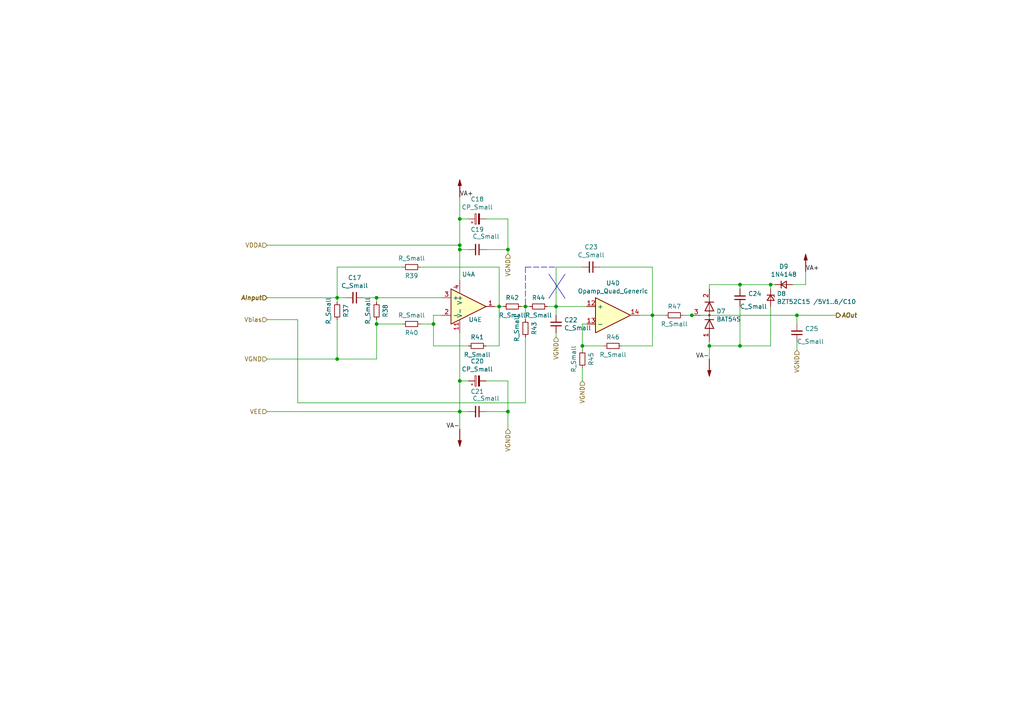
<source format=kicad_sch>
(kicad_sch (version 20230121) (generator eeschema)
  (paper "A4")
  (lib_symbols
    (symbol "Device:C_Small" (pin_numbers hide) (pin_names (offset 0.254) hide)
      (property "Reference" "C" (at 0.254 1.778 0))
      (property "Value" "C_Small" (at 0.254 -2.032 0))
      (symbol "C_Small_0_1"
        (polyline (pts (xy -1.524 -0.508) (xy 1.524 -0.508)) (stroke (width 0.3302)))
        (polyline (pts (xy -1.524 0.508) (xy 1.524 0.508)) (stroke (width 0.3048)))
      )
      (symbol "C_Small_1_1"
        (pin passive line (at 0 2.54 270) (length 2.032) (name "~") (number "1"))
        (pin passive line (at 0 -2.54 90) (length 2.032) (name "~") (number "2"))
      )
    )
    (symbol "Device:D_Small" (pin_numbers hide) (pin_names (offset 0.254) hide)
      (property "Reference" "D" (at -1.27 2.032 0))
      (property "Value" "D_Small" (at -3.81 -2.032 0))
      (symbol "D_Small_0_1"
        (polyline (pts (xy -0.762 -1.016) (xy -0.762 1.016)) (stroke (width 0.254)))
        (polyline (pts (xy -0.762 0) (xy 0.762 0)))
        (polyline (pts (xy 0.762 -1.016) (xy -0.762 0) (xy 0.762 1.016) (xy 0.762 -1.016)) (stroke (width 0.254)))
      )
      (symbol "D_Small_1_1"
        (pin passive line (at -2.54 0 0) (length 1.778) (name "K") (number "1"))
        (pin passive line (at 2.54 0 180) (length 1.778) (name "A") (number "2"))
      )
    )
    (symbol "Device:D_Zener_Small" (pin_numbers hide) (pin_names (offset 0.254) hide)
      (property "Reference" "D" (at 0 2.286 0))
      (property "Value" "D_Zener_Small" (at 0 -2.286 0))
      (symbol "D_Zener_Small_0_1"
        (polyline (pts (xy 0.762 0) (xy -0.762 0)))
        (polyline (pts (xy -0.254 1.016) (xy -0.762 1.016) (xy -0.762 -1.016)) (stroke (width 0.254)))
        (polyline (pts (xy 0.762 1.016) (xy -0.762 0) (xy 0.762 -1.016) (xy 0.762 1.016)) (stroke (width 0.254)))
      )
      (symbol "D_Zener_Small_1_1"
        (pin passive line (at -2.54 0 0) (length 1.778) (name "K") (number "1"))
        (pin passive line (at 2.54 0 180) (length 1.778) (name "A") (number "2"))
      )
    )
    (symbol "Device:R_Small" (pin_numbers hide) (pin_names (offset 0.254) hide)
      (property "Reference" "R" (at 0.762 0.508 0))
      (property "Value" "R_Small" (at 0.762 -1.016 0))
      (symbol "R_Small_0_1"
        (rectangle (start -0.762 1.778) (end 0.762 -1.778) (stroke (width 0.2032)))
      )
      (symbol "R_Small_1_1"
        (pin passive line (at 0 2.54 270) (length 0.762) (name "~") (number "1"))
        (pin passive line (at 0 -2.54 90) (length 0.762) (name "~") (number "2"))
      )
    )
    (symbol "Graphic:SYM_Arrow_Normal" (in_bom no) (on_board no)
      (symbol "SYM_Arrow_Normal_0_1"
        (polyline (pts (xy 1.524 0) (xy -2.54 0)) (stroke (width 0.254)))
        (polyline (pts (xy 2.54 0) (xy 0.762 -0.508) (xy 0.762 0.508) (xy 2.54 0)) (fill (type outline)))
      )
    )
    (symbol "Sallen-Keys_filter-rescue:CP_Small-Device" (pin_numbers hide) (pin_names (offset 0.254) hide)
      (property "Reference" "C" (at 0.254 1.778 0))
      (property "Value" "Device_CP_Small" (at 0.254 -2.032 0))
      (symbol "CP_Small-Device_0_1"
        (rectangle (start -1.524 -0.3048) (end 1.524 -0.6858) (fill (type outline)))
        (rectangle (start -1.524 0.6858) (end 1.524 0.3048))
        (polyline (pts (xy -1.27 1.524) (xy -0.762 1.524)))
        (polyline (pts (xy -1.016 1.27) (xy -1.016 1.778)))
      )
      (symbol "CP_Small-Device_1_1"
        (pin passive line (at 0 2.54 270) (length 1.8542) (name "~") (number "1"))
        (pin passive line (at 0 -2.54 90) (length 1.8542) (name "~") (number "2"))
      )
    )
    (symbol "Sallen-Keys_filter-rescue:D_x2_Serial_AKC-Device" (pin_names (offset 0.762) hide)
      (property "Reference" "D" (at 1.27 -2.54 0))
      (property "Value" "Device_D_x2_Serial_AKC" (at 0 2.54 0))
      (symbol "D_x2_Serial_AKC-Device_0_1"
        (polyline (pts (xy -3.81 0) (xy 3.81 0)))
        (polyline (pts (xy 0 0) (xy 0 -2.54)))
        (polyline (pts (xy 6.35 0) (xy 7.62 0)))
        (polyline (pts (xy -1.27 -1.27) (xy -1.27 1.27) (xy -1.27 1.27)) (stroke (width 0.254)))
        (polyline (pts (xy 3.81 1.27) (xy 3.81 -1.27) (xy 3.81 -1.27)) (stroke (width 0.254)))
        (polyline (pts (xy -3.81 1.27) (xy -1.27 0) (xy -3.81 -1.27) (xy -3.81 1.27) (xy -3.81 1.27) (xy -3.81 1.27)) (stroke (width 0.254)))
        (polyline (pts (xy 1.27 1.27) (xy 3.81 0) (xy 1.27 -1.27) (xy 1.27 1.27) (xy 1.27 1.27) (xy 1.27 1.27)) (stroke (width 0.254)))
        (circle (center 0 0) (radius 0.254) (fill (type outline)))
        (pin passive line (at -7.62 0 0) (length 3.81) (name "A") (number "1"))
        (pin passive line (at 7.62 0 180) (length 3.81) (name "K") (number "2"))
        (pin passive line (at 0 -5.08 90) (length 2.54) (name "common") (number "3"))
      )
    )
    (symbol "Sallen-Keys_filter-rescue:Opamp_Quad_Generic-Device"
      (property "Reference" "U" (at 0 5.08 0))
      (property "Value" "Device_Opamp_Quad_Generic" (at 0 -5.08 0))
      (symbol "Opamp_Quad_Generic-Device_1_1"
        (polyline (pts (xy -5.08 5.08) (xy 5.08 0) (xy -5.08 -5.08) (xy -5.08 5.08)) (stroke (width 0.254)) (fill (type background)))
        (pin output line (at 7.62 0 180) (length 2.54) (name "~") (number "1"))
        (pin input line (at -7.62 -2.54 0) (length 2.54) (name "-") (number "2"))
        (pin input line (at -7.62 2.54 0) (length 2.54) (name "+") (number "3"))
      )
      (symbol "Opamp_Quad_Generic-Device_2_1"
        (polyline (pts (xy -5.08 5.08) (xy 5.08 0) (xy -5.08 -5.08) (xy -5.08 5.08)) (stroke (width 0.254)) (fill (type background)))
        (pin input line (at -7.62 2.54 0) (length 2.54) (name "+") (number "5"))
        (pin input line (at -7.62 -2.54 0) (length 2.54) (name "-") (number "6"))
        (pin output line (at 7.62 0 180) (length 2.54) (name "~") (number "7"))
      )
      (symbol "Opamp_Quad_Generic-Device_3_1"
        (polyline (pts (xy -5.08 5.08) (xy 5.08 0) (xy -5.08 -5.08) (xy -5.08 5.08)) (stroke (width 0.254)) (fill (type background)))
        (pin input line (at -7.62 2.54 0) (length 2.54) (name "+") (number "10"))
        (pin output line (at 7.62 0 180) (length 2.54) (name "~") (number "8"))
        (pin input line (at -7.62 -2.54 0) (length 2.54) (name "-") (number "9"))
      )
      (symbol "Opamp_Quad_Generic-Device_4_1"
        (polyline (pts (xy -5.08 5.08) (xy 5.08 0) (xy -5.08 -5.08) (xy -5.08 5.08)) (stroke (width 0.254)) (fill (type background)))
        (pin input line (at -7.62 2.54 0) (length 2.54) (name "+") (number "12"))
        (pin input line (at -7.62 -2.54 0) (length 2.54) (name "-") (number "13"))
        (pin output line (at 7.62 0 180) (length 2.54) (name "~") (number "14"))
      )
      (symbol "Opamp_Quad_Generic-Device_5_1"
        (pin power_in line (at -2.54 -7.62 90) (length 3.81) (name "V-") (number "11"))
        (pin power_in line (at -2.54 7.62 270) (length 3.81) (name "V+") (number "4"))
      )
    )
  )
  (junction (at 205.74 100.33))
  (junction (at 133.35 110.49))
  (junction (at 125.73 93.98))
  (junction (at 97.79 104.14))
  (junction (at 168.91 100.33))
  (junction (at 231.14 91.44))
  (junction (at 147.32 72.39))
  (junction (at 152.4 88.9))
  (junction (at 214.63 82.55))
  (junction (at 200.66 91.44))
  (junction (at 109.22 86.36))
  (junction (at 133.35 63.5))
  (junction (at 133.35 119.38))
  (junction (at 223.52 82.55))
  (junction (at 214.63 100.33))
  (junction (at 133.35 71.12))
  (junction (at 161.29 88.9))
  (junction (at 109.22 93.98))
  (junction (at 97.79 86.36))
  (junction (at 147.32 119.38))
  (junction (at 189.23 91.44))
  (junction (at 144.78 88.9))
  (junction (at 133.35 72.39))
  (wire (pts (xy 86.36 116.84) (xy 152.4 116.84)))
  (wire (pts (xy 200.66 91.44) (xy 231.14 91.44)))
  (wire (pts (xy 86.36 92.71) (xy 86.36 116.84)))
  (wire (pts (xy 161.29 77.47) (xy 161.29 88.9)))
  (wire (pts (xy 231.14 101.6) (xy 231.14 99.06)))
  (wire (pts (xy 97.79 104.14) (xy 109.22 104.14)))
  (wire (pts (xy 205.74 82.55) (xy 214.63 82.55)))
  (wire (pts (xy 152.4 88.9) (xy 153.67 88.9)))
  (wire (pts (xy 161.29 97.79) (xy 161.29 96.52)))
  (wire (pts (xy 193.04 91.44) (xy 189.23 91.44)))
  (wire (pts (xy 105.41 86.36) (xy 109.22 86.36)))
  (wire (pts (xy 168.91 110.49) (xy 168.91 106.68)))
  (wire (pts (xy 223.52 82.55) (xy 214.63 82.55)))
  (wire (pts (xy 116.84 93.98) (xy 109.22 93.98)))
  (wire (pts (xy 125.73 93.98) (xy 125.73 91.44)))
  (wire (pts (xy 77.47 86.36) (xy 97.79 86.36)))
  (wire (pts (xy 133.35 110.49) (xy 133.35 96.52)))
  (wire (pts (xy 205.74 99.06) (xy 205.74 100.33)))
  (wire (pts (xy 189.23 91.44) (xy 185.42 91.44)))
  (wire (pts (xy 231.14 93.98) (xy 231.14 91.44)))
  (wire (pts (xy 175.26 100.33) (xy 168.91 100.33)))
  (wire (pts (xy 140.97 63.5) (xy 147.32 63.5)))
  (wire (pts (xy 214.63 100.33) (xy 214.63 88.9)))
  (wire (pts (xy 77.47 104.14) (xy 97.79 104.14)))
  (wire (pts (xy 147.32 72.39) (xy 147.32 73.66)))
  (wire (pts (xy 125.73 91.44) (xy 128.27 91.44)))
  (wire (pts (xy 125.73 100.33) (xy 125.73 93.98)))
  (wire (pts (xy 173.99 77.47) (xy 189.23 77.47)))
  (wire (pts (xy 121.92 93.98) (xy 125.73 93.98)))
  (wire (pts (xy 168.91 100.33) (xy 168.91 93.98)))
  (wire (pts (xy 109.22 93.98) (xy 109.22 92.71)))
  (wire (pts (xy 147.32 110.49) (xy 147.32 119.38)))
  (wire (pts (xy 168.91 77.47) (xy 161.29 77.47)))
  (wire (pts (xy 223.52 83.82) (xy 223.52 82.55)))
  (wire (pts (xy 151.13 88.9) (xy 152.4 88.9)))
  (wire (pts (xy 77.47 119.38) (xy 133.35 119.38)))
  (wire (pts (xy 147.32 119.38) (xy 147.32 124.46)))
  (polyline (pts (xy 152.4 77.47) (xy 152.4 88.9)) (stroke (width 0) (type dash)))
  (wire (pts (xy 97.79 104.14) (xy 97.79 92.71)))
  (wire (pts (xy 133.35 63.5) (xy 135.89 63.5)))
  (wire (pts (xy 135.89 119.38) (xy 133.35 119.38)))
  (wire (pts (xy 198.12 91.44) (xy 200.66 91.44)))
  (wire (pts (xy 135.89 110.49) (xy 133.35 110.49)))
  (wire (pts (xy 77.47 71.12) (xy 133.35 71.12)))
  (wire (pts (xy 77.47 92.71) (xy 86.36 92.71)))
  (wire (pts (xy 135.89 72.39) (xy 133.35 72.39)))
  (wire (pts (xy 140.97 110.49) (xy 147.32 110.49)))
  (wire (pts (xy 161.29 88.9) (xy 170.18 88.9)))
  (wire (pts (xy 158.75 88.9) (xy 161.29 88.9)))
  (wire (pts (xy 133.35 63.5) (xy 133.35 71.12)))
  (wire (pts (xy 97.79 86.36) (xy 97.79 87.63)))
  (wire (pts (xy 161.29 91.44) (xy 161.29 88.9)))
  (wire (pts (xy 140.97 100.33) (xy 144.78 100.33)))
  (wire (pts (xy 97.79 86.36) (xy 97.79 77.47)))
  (wire (pts (xy 205.74 82.55) (xy 205.74 83.82)))
  (wire (pts (xy 214.63 83.82) (xy 214.63 82.55)))
  (wire (pts (xy 135.89 100.33) (xy 125.73 100.33)))
  (wire (pts (xy 168.91 93.98) (xy 170.18 93.98)))
  (wire (pts (xy 214.63 100.33) (xy 205.74 100.33)))
  (wire (pts (xy 133.35 119.38) (xy 133.35 110.49)))
  (wire (pts (xy 140.97 72.39) (xy 147.32 72.39)))
  (wire (pts (xy 143.51 88.9) (xy 144.78 88.9)))
  (wire (pts (xy 144.78 100.33) (xy 144.78 88.9)))
  (wire (pts (xy 144.78 77.47) (xy 144.78 88.9)))
  (polyline (pts (xy 152.4 77.47) (xy 161.29 77.47)) (stroke (width 0) (type dash)))
  (wire (pts (xy 133.35 124.46) (xy 133.35 119.38)))
  (wire (pts (xy 100.33 86.36) (xy 97.79 86.36)))
  (wire (pts (xy 152.4 116.84) (xy 152.4 97.79)))
  (wire (pts (xy 109.22 87.63) (xy 109.22 86.36)))
  (wire (pts (xy 109.22 104.14) (xy 109.22 93.98)))
  (wire (pts (xy 97.79 77.47) (xy 116.84 77.47)))
  (wire (pts (xy 231.14 91.44) (xy 242.57 91.44)))
  (wire (pts (xy 168.91 101.6) (xy 168.91 100.33)))
  (wire (pts (xy 133.35 57.15) (xy 133.35 63.5)))
  (wire (pts (xy 223.52 88.9) (xy 223.52 100.33)))
  (wire (pts (xy 144.78 88.9) (xy 146.05 88.9)))
  (wire (pts (xy 180.34 100.33) (xy 189.23 100.33)))
  (wire (pts (xy 233.68 82.55) (xy 229.87 82.55)))
  (wire (pts (xy 133.35 71.12) (xy 133.35 72.39)))
  (wire (pts (xy 189.23 77.47) (xy 189.23 91.44)))
  (wire (pts (xy 233.68 78.74) (xy 233.68 82.55)))
  (wire (pts (xy 140.97 119.38) (xy 147.32 119.38)))
  (wire (pts (xy 152.4 88.9) (xy 152.4 92.71)))
  (wire (pts (xy 223.52 100.33) (xy 214.63 100.33)))
  (wire (pts (xy 133.35 72.39) (xy 133.35 81.28)))
  (wire (pts (xy 147.32 63.5) (xy 147.32 72.39)))
  (wire (pts (xy 224.79 82.55) (xy 223.52 82.55)))
  (wire (pts (xy 205.74 104.14) (xy 205.74 100.33)))
  (wire (pts (xy 189.23 100.33) (xy 189.23 91.44)))
  (wire (pts (xy 121.92 77.47) (xy 144.78 77.47)))
  (wire (pts (xy 109.22 86.36) (xy 128.27 86.36)))
  (text "X" (at 158.115 87.63 0) (effects (font (size 7 7)) (justify left bottom)))
  (label "VA-" (at 205.74 104.14 180))
  (label "VA+" (at 133.35 57.15 0))
  (label "VA+" (at 233.68 78.74 0))
  (label "VA-" (at 133.35 124.46 180))
  (hierarchical_label "Vbias" (shape input) (at 77.47 92.71 180))
  (hierarchical_label "VGND" (shape input) (at 147.32 124.46 270))
  (hierarchical_label "AOut" (shape output) (at 242.57 91.44 0) (effects (font (thickness 0.254) bold italic)))
  (hierarchical_label "AInput" (shape input) (at 77.47 86.36 180) (effects (font (thickness 0.254) bold italic)))
  (hierarchical_label "VGND" (shape input) (at 77.47 104.14 180))
  (hierarchical_label "VDDA" (shape input) (at 77.47 71.12 180))
  (hierarchical_label "VGND" (shape input) (at 161.29 97.79 270))
  (hierarchical_label "VGND" (shape input) (at 231.14 101.6 270))
  (hierarchical_label "VEE" (shape input) (at 77.47 119.38 180))
  (hierarchical_label "VGND" (shape input) (at 147.32 73.66 270))
  (hierarchical_label "VGND" (shape input) (at 168.91 110.49 270))
  (symbol (lib_id "Sallen-Keys_filter-rescue:Opamp_Quad_Generic-Device") (at 135.89 88.9 0) (unit 1)
    (property "Reference" "U4" (at 135.89 79.5782 0))
    (property "Value" "Opamp_Quad_Generic" (effects hide))
    (property "Footprint" "Package_SO:SOIC-14_3.9x8.7mm_P1.27mm" (effects hide))
    (instances (project "Sallen-Keys_filter" (path "" (reference "U4") (unit 1)) (path "" (reference "U3") (unit 1))))
  )
  (symbol (lib_id "Sallen-Keys_filter-rescue:Opamp_Quad_Generic-Device") (at 177.8 91.44 0) (unit 4)
    (property "Reference" "U4" (at 177.8 82.1182 0))
    (property "Value" "Opamp_Quad_Generic" (at 177.8 84.4296 0))
    (property "Footprint" "Package_SO:SOIC-14_3.9x8.7mm_P1.27mm" (effects hide))
    (instances (project "Sallen-Keys_filter" (path "" (reference "U4") (unit 4)) (path "" (reference "U3") (unit 4))))
  )
  (symbol (lib_id "Sallen-Keys_filter-rescue:Opamp_Quad_Generic-Device") (at 135.89 88.9 0) (unit 5)
    (property "Reference" "U4" (at 135.89 92.71 0) (effects (justify left)))
    (property "Value" "Opamp_Quad_Generic" (effects hide))
    (property "Footprint" "Package_SO:SOIC-14_3.9x8.7mm_P1.27mm" (effects hide))
    (instances (project "Sallen-Keys_filter" (path "" (reference "U4") (unit 5)) (path "" (reference "U3") (unit 5))))
  )
  (symbol (lib_id "Device:R_Small") (at 138.43 100.33 270) (unit 1)
    (property "Reference" "R41" (at 138.43 97.79 90))
    (property "Value" "R_Small" (at 138.43 102.87 90))
    (property "Footprint" "Resistor_SMD:R_0805_2012Metric" (effects hide))
    (instances (project "Sallen-Keys_filter" (path "" (reference "R41") (unit 1)) (path "" (reference "R19") (unit 1))))
  )
  (symbol (lib_id "Device:R_Small") (at 148.59 88.9 270) (unit 1)
    (property "Reference" "R42" (at 148.59 86.36 90))
    (property "Value" "R_Small" (at 148.59 91.44 90))
    (property "Footprint" "Resistor_SMD:R_0805_2012Metric" (effects hide))
    (instances (project "Sallen-Keys_filter" (path "" (reference "R42") (unit 1)) (path "" (reference "R20") (unit 1))))
  )
  (symbol (lib_id "Device:R_Small") (at 156.21 88.9 270) (unit 1)
    (property "Reference" "R44" (at 156.21 86.36 90))
    (property "Value" "R_Small" (at 156.21 91.44 90))
    (property "Footprint" "Resistor_SMD:R_0805_2012Metric" (effects hide))
    (instances (project "Sallen-Keys_filter" (path "" (reference "R44") (unit 1)) (path "" (reference "R22") (unit 1))))
  )
  (symbol (lib_id "Device:R_Small") (at 152.4 95.25 180) (unit 1)
    (property "Reference" "R43" (at 154.94 95.25 90))
    (property "Value" "R_Small" (at 149.86 95.25 90))
    (property "Footprint" "Resistor_SMD:R_0805_2012Metric" (effects hide))
    (instances (project "Sallen-Keys_filter" (path "" (reference "R43") (unit 1)) (path "" (reference "R21") (unit 1))))
  )
  (symbol (lib_id "Device:R_Small") (at 109.22 90.17 180) (unit 1)
    (property "Reference" "R38" (at 111.76 90.17 90))
    (property "Value" "R_Small" (at 106.68 90.17 90))
    (property "Footprint" "Resistor_SMD:R_0805_2012Metric" (effects hide))
    (instances (project "Sallen-Keys_filter" (path "" (reference "R38") (unit 1)) (path "" (reference "R16") (unit 1))))
  )
  (symbol (lib_id "Device:R_Small") (at 97.79 90.17 180) (unit 1)
    (property "Reference" "R37" (at 100.33 90.17 90))
    (property "Value" "R_Small" (at 95.25 90.17 90))
    (property "Footprint" "Resistor_SMD:R_0805_2012Metric" (effects hide))
    (instances (project "Sallen-Keys_filter" (path "" (reference "R37") (unit 1)) (path "" (reference "R15") (unit 1))))
  )
  (symbol (lib_id "Device:C_Small") (at 102.87 86.36 270) (unit 1)
    (property "Reference" "C17" (at 102.87 80.5434 90))
    (property "Value" "C_Small" (at 102.87 82.8548 90))
    (property "Footprint" "Capacitor_SMD:C_1206_3216Metric_Pad1.33x1.80mm_HandSolder" (effects hide))
    (instances (project "Sallen-Keys_filter" (path "" (reference "C17") (unit 1)) (path "" (reference "C3") (unit 1))))
  )
  (symbol (lib_id "Device:R_Small") (at 119.38 93.98 90) (unit 1)
    (property "Reference" "R40" (at 119.38 96.52 90))
    (property "Value" "R_Small" (at 119.38 91.44 90))
    (property "Footprint" "Resistor_SMD:R_0805_2012Metric" (effects hide))
    (instances (project "Sallen-Keys_filter" (path "" (reference "R40") (unit 1)) (path "" (reference "R18") (unit 1))))
  )
  (symbol (lib_id "Device:R_Small") (at 119.38 77.47 90) (unit 1)
    (property "Reference" "R39" (at 119.38 80.01 90))
    (property "Value" "R_Small" (at 119.38 74.93 90))
    (property "Footprint" "Resistor_SMD:R_0805_2012Metric" (effects hide))
    (instances (project "Sallen-Keys_filter" (path "" (reference "R39") (unit 1)) (path "" (reference "R17") (unit 1))))
  )
  (symbol (lib_id "Device:C_Small") (at 161.29 93.98 180) (unit 1)
    (property "Reference" "C22" (at 163.6268 92.8116 0) (effects (justify right)))
    (property "Value" "C_Small" (at 163.6268 95.123 0) (effects (justify right)))
    (property "Footprint" "Capacitor_SMD:C_1206_3216Metric_Pad1.33x1.80mm_HandSolder" (effects hide))
    (instances (project "Sallen-Keys_filter" (path "" (reference "C22") (unit 1)) (path "" (reference "C8") (unit 1))))
  )
  (symbol (lib_id "Device:C_Small") (at 171.45 77.47 270) (unit 1)
    (property "Reference" "C23" (at 171.45 71.6534 90))
    (property "Value" "C_Small" (at 171.45 73.9648 90))
    (property "Footprint" "Capacitor_SMD:C_1206_3216Metric_Pad1.33x1.80mm_HandSolder" (effects hide))
    (instances (project "Sallen-Keys_filter" (path "" (reference "C23") (unit 1)) (path "" (reference "C9") (unit 1))))
  )
  (symbol (lib_id "Device:R_Small") (at 168.91 104.14 180) (unit 1)
    (property "Reference" "R45" (at 171.45 104.14 90))
    (property "Value" "R_Small" (at 166.37 104.14 90))
    (property "Footprint" "Resistor_SMD:R_0805_2012Metric" (effects hide))
    (instances (project "Sallen-Keys_filter" (path "" (reference "R45") (unit 1)) (path "" (reference "R23") (unit 1))))
  )
  (symbol (lib_id "Device:R_Small") (at 177.8 100.33 270) (unit 1)
    (property "Reference" "R46" (at 177.8 97.79 90))
    (property "Value" "R_Small" (at 177.8 102.87 90))
    (property "Footprint" "Resistor_SMD:R_0805_2012Metric" (effects hide))
    (instances (project "Sallen-Keys_filter" (path "" (reference "R46") (unit 1)) (path "" (reference "R24") (unit 1))))
  )
  (symbol (lib_id "Device:R_Small") (at 195.58 91.44 270) (unit 1)
    (property "Reference" "R47" (at 195.58 88.9 90))
    (property "Value" "R_Small" (at 195.58 93.98 90))
    (property "Footprint" "Resistor_SMD:R_0805_2012Metric" (effects hide))
    (instances (project "Sallen-Keys_filter" (path "" (reference "R47") (unit 1)) (path "" (reference "R25") (unit 1))))
  )
  (symbol (lib_id "Device:C_Small") (at 214.63 86.36 180) (unit 1)
    (property "Reference" "C24" (at 216.9668 85.1916 0) (effects (justify right)))
    (property "Value" "C_Small" (at 214.63 88.9 0) (effects (justify right)))
    (property "Footprint" "Capacitor_SMD:C_1206_3216Metric_Pad1.33x1.80mm_HandSolder" (effects hide))
    (instances (project "Sallen-Keys_filter" (path "" (reference "C24") (unit 1)) (path "" (reference "C10") (unit 1))))
  )
  (symbol (lib_id "Device:C_Small") (at 138.43 72.39 270) (unit 1)
    (property "Reference" "C19" (at 138.43 66.5734 90))
    (property "Value" "C_Small" (at 140.97 68.58 90))
    (property "Footprint" "Capacitor_SMD:C_1206_3216Metric_Pad1.33x1.80mm_HandSolder" (effects hide))
    (instances (project "Sallen-Keys_filter" (path "" (reference "C19") (unit 1)) (path "" (reference "C5") (unit 1))))
  )
  (symbol (lib_id "Sallen-Keys_filter-rescue:CP_Small-Device") (at 138.43 63.5 90) (unit 1)
    (property "Reference" "C18" (at 138.43 57.785 90))
    (property "Value" "CP_Small" (at 138.43 60.0964 90))
    (property "Footprint" "Capacitor_Tantalum_SMD:CP_EIA-3216-10_Kemet-I_Pad1.58x1.35mm_HandSolder" (effects hide))
    (instances (project "Sallen-Keys_filter" (path "" (reference "C18") (unit 1)) (path "" (reference "C4") (unit 1))))
  )
  (symbol (lib_id "Device:C_Small") (at 138.43 119.38 270) (unit 1)
    (property "Reference" "C21" (at 138.43 113.5634 90))
    (property "Value" "C_Small" (at 140.97 115.57 90))
    (property "Footprint" "Capacitor_SMD:C_1206_3216Metric_Pad1.33x1.80mm_HandSolder" (effects hide))
    (instances (project "Sallen-Keys_filter" (path "" (reference "C21") (unit 1)) (path "" (reference "C7") (unit 1))))
  )
  (symbol (lib_id "Sallen-Keys_filter-rescue:CP_Small-Device") (at 138.43 110.49 90) (unit 1)
    (property "Reference" "C20" (at 138.43 104.775 90))
    (property "Value" "CP_Small" (at 138.43 107.0864 90))
    (property "Footprint" "Capacitor_Tantalum_SMD:CP_EIA-3216-10_Kemet-I_Pad1.58x1.35mm_HandSolder" (effects hide))
    (instances (project "Sallen-Keys_filter" (path "" (reference "C20") (unit 1)) (path "" (reference "C6") (unit 1))))
  )
  (symbol (lib_id "Device:D_Small") (at 227.33 82.55 0) (unit 1)
    (property "Reference" "D9" (at 227.33 77.2922 0))
    (property "Value" "1N4148" (at 227.33 79.6036 0))
    (property "Footprint" "Diode_SMD:D_SOD-123" (effects hide))
    (instances (project "Sallen-Keys_filter" (path "" (reference "D9") (unit 1)) (path "" (reference "D3") (unit 1))))
  )
  (symbol (lib_id "Device:D_Zener_Small") (at 223.52 86.36 270) (unit 1)
    (property "Reference" "D8" (at 225.298 85.1916 90) (effects (justify left)))
    (property "Value" "BZT52C15 /5V1..6/C10" (at 225.298 87.503 90) (effects (justify left)))
    (property "Footprint" "Diode_SMD:D_SOD-123" (effects hide))
    (property "Datasheet" "BZX55CV" (effects hide))
    (instances (project "Sallen-Keys_filter" (path "" (reference "D8") (unit 1)) (path "" (reference "D2") (unit 1))))
  )
  (symbol (lib_id "Device:C_Small") (at 231.14 96.52 180) (unit 1)
    (property "Reference" "C25" (at 233.4768 95.3516 0) (effects (justify right)))
    (property "Value" "C_Small" (at 231.14 99.06 0) (effects (justify right)))
    (property "Footprint" "Capacitor_SMD:C_1206_3216Metric_Pad1.33x1.80mm_HandSolder" (effects hide))
    (instances (project "Sallen-Keys_filter" (path "" (reference "C25") (unit 1)) (path "" (reference "C11") (unit 1))))
  )
  (symbol (lib_id "Graphic:SYM_Arrow_Normal") (at 133.35 54.61 90) (unit 1)
    (property "Reference" "#SYM13" (effects hide))
    (property "Value" "SYM_Arrow_Normal" (effects hide))
    (instances (project "Sallen-Keys_filter" (path "" (reference "#SYM13") (unit 1)) (path "" (reference "#SYM7") (unit 1))))
  )
  (symbol (lib_id "Graphic:SYM_Arrow_Normal") (at 233.68 76.2 90) (unit 1)
    (property "Reference" "#SYM16" (effects hide))
    (property "Value" "SYM_Arrow_Normal" (effects hide))
    (instances (project "Sallen-Keys_filter" (path "" (reference "#SYM16") (unit 1)) (path "" (reference "#SYM10") (unit 1))))
  )
  (symbol (lib_id "Graphic:SYM_Arrow_Normal") (at 133.35 127 270) (unit 1)
    (property "Reference" "#SYM14" (effects hide))
    (property "Value" "SYM_Arrow_Normal" (effects hide))
    (instances (project "Sallen-Keys_filter" (path "" (reference "#SYM14") (unit 1)) (path "" (reference "#SYM8") (unit 1))))
  )
  (symbol (lib_id "Graphic:SYM_Arrow_Normal") (at 205.74 106.68 270) (unit 1)
    (property "Reference" "#SYM15" (effects hide))
    (property "Value" "SYM_Arrow_Normal" (effects hide))
    (instances (project "Sallen-Keys_filter" (path "" (reference "#SYM15") (unit 1)) (path "" (reference "#SYM9") (unit 1))))
  )
  (symbol (lib_id "Sallen-Keys_filter-rescue:D_x2_Serial_AKC-Device") (at 205.74 91.44 270) (mirror x) (unit 1)
    (property "Reference" "D7" (at 207.772 90.2716 90) (effects (justify left)))
    (property "Value" "BAT54S" (at 207.772 92.583 90) (effects (justify left)))
    (property "Footprint" "Package_TO_SOT_SMD:SOT-23" (effects hide))
    (instances (project "Sallen-Keys_filter" (path "" (reference "D7") (unit 1)) (path "" (reference "D1") (unit 1))))
  )
)
</source>
